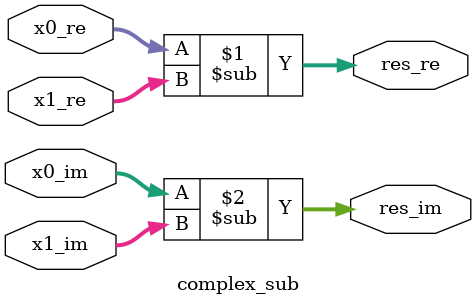
<source format=v>

module complex_mult #(
  parameter useGauss = 0
)(
  input signed [15:0] x0_re,
  input signed [15:0] x0_im,
  input signed [15:0] x1_re,
  input signed [15:0] x1_im,
  output signed [15:0] res_re,
  output signed [15:0] res_im
);

  function signed [15:0] saturate(input signed [18:0] value);
  begin
    if (value > 32767)        saturate = 16'h7FFF;
    else if (value < -32768)  saturate = 16'h8000;
    else                      saturate = value[15:0];
  end
  endfunction

  generate
  if(useGauss) begin
    // k1 = x1_re * (x0_re + x0_im);
    // k2 = x0_re * (x1_im - x1_re);
    // k3 = x0_im * (x1_re + x1_im);
    // res_re = k1 - k3;
    // res_im = k1 + k2;
    // Intermediate sums and differences (17-bit to handle overflow)
    wire signed [16:0] sum_x0 = x0_re + x0_im;
    wire signed [16:0] diff_x0 = x0_re - x0_im;
    wire signed [16:0] sum_x1 = x1_re + x1_im;
    wire signed [16:0] diff_x1 = x1_re - x1_im;

    // Extend to 32 bits for multiplication
    wire signed [31:0] k1 = sum_x0 * x1_re;    // Q15 * Q15 = Q30
    wire signed [31:0] k2 = diff_x0 * x1_im;   // Q15 * Q15 = Q30
    wire signed [31:0] k3 = x0_im * sum_x1;    // Q15 * Q15 = Q30

    // Adjust back to Q15 format
    assign res_re = (k1 - k3) >>> 15;
    assign res_im = (k1 + k2) >>> 15;

  end else begin
    // res_re = x0_re * x1_re - x0_im * x1_im;
    // res_im = x0_re * x1_im + x0_im * x1_re;
    // Multiply components (results are in Q30 format)
    wire signed [31:0] mul_re_re = x0_re * x1_re;
    wire signed [31:0] mul_im_im = x0_im * x1_im;
    wire signed [31:0] mul_re_im = x0_re * x1_im;
    wire signed [31:0] mul_im_re = x0_im * x1_re;

    wire signed [32:0] sub_re = {mul_re_re[31], mul_re_re} - {mul_im_im[31], mul_im_im};
    wire signed [32:0] add_im = {mul_re_im[31], mul_re_im} + {mul_im_re[31], mul_im_re};

    // Adjust back to Q15 format
    assign res_re = saturate(sub_re >>> 15);
    assign res_im = saturate(add_im >>> 15);

  end
  endgenerate

endmodule

module complex_add (
  input signed [15:0] x0_re,
  input signed [15:0] x0_im,
  input signed [15:0] x1_re,
  input signed [15:0] x1_im,
  output signed [15:0] res_re,
  output signed [15:0] res_im
);

  assign res_re = x0_re + x1_re;
  assign res_im = x0_im + x1_im;

endmodule

module complex_sub (
  input signed [15:0] x0_re,
  input signed [15:0] x0_im,
  input signed [15:0] x1_re,
  input signed [15:0] x1_im,
  output signed [15:0] res_re,
  output signed [15:0] res_im
);

  assign res_re = x0_re - x1_re;
  assign res_im = x0_im - x1_im;

endmodule


</source>
